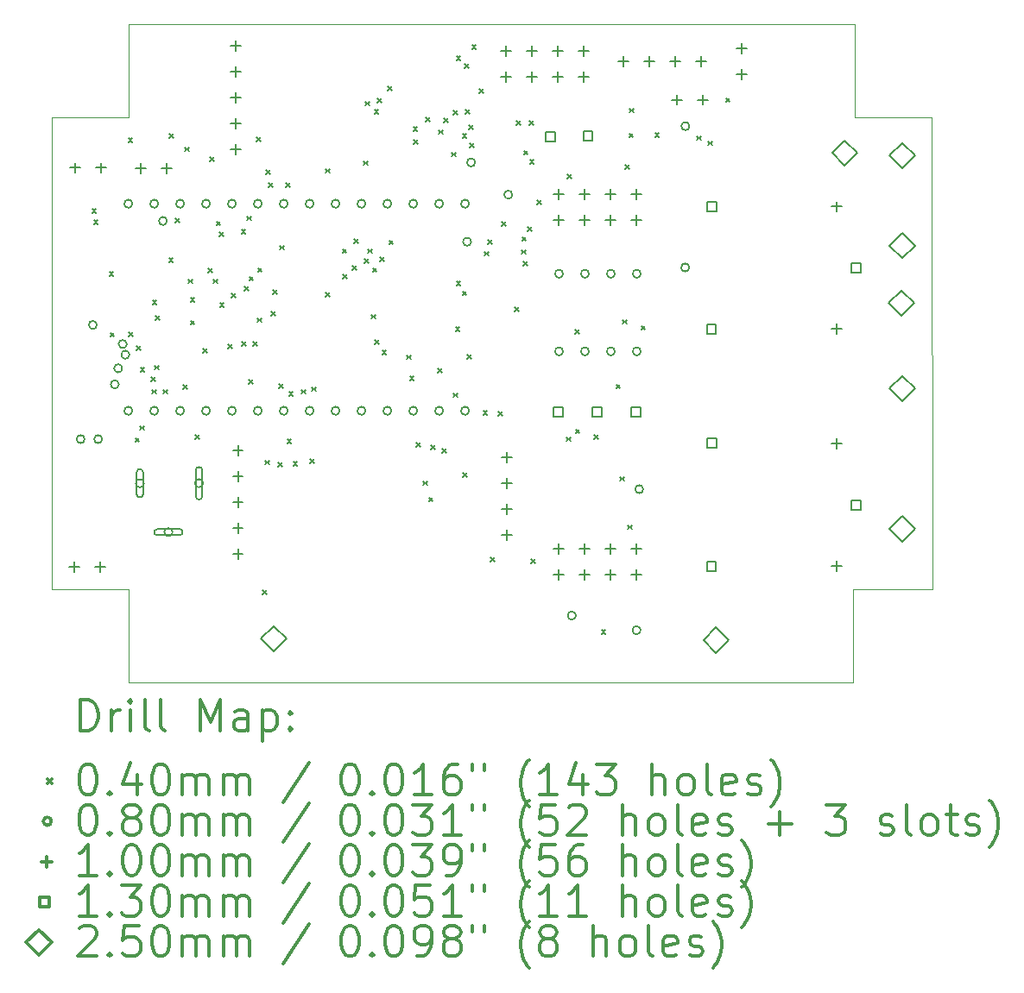
<source format=gbr>
%FSLAX45Y45*%
G04 Gerber Fmt 4.5, Leading zero omitted, Abs format (unit mm)*
G04 Created by KiCad (PCBNEW (5.1.6-0-10_14)) date 2022-11-25 22:13:18*
%MOMM*%
%LPD*%
G01*
G04 APERTURE LIST*
%TA.AperFunction,Profile*%
%ADD10C,0.100000*%
%TD*%
%ADD11C,0.200000*%
%ADD12C,0.300000*%
G04 APERTURE END LIST*
D10*
X20813510Y-8008078D02*
X20816300Y-12639000D01*
X12940000Y-7094000D02*
X20055520Y-7093780D01*
X20038310Y-13554000D02*
X12938570Y-13554000D01*
X12185000Y-12639922D02*
X12185000Y-8009000D01*
X12185000Y-8009000D02*
X12936540Y-8008620D01*
X20060000Y-8010000D02*
X20813510Y-8008078D01*
X20055520Y-7093780D02*
X20060000Y-8010000D01*
X12936540Y-8008620D02*
X12940000Y-7094000D01*
X20038310Y-12639000D02*
X20816300Y-12639000D01*
X20038310Y-12639000D02*
X20038310Y-13554000D01*
X12185000Y-12639922D02*
X12940000Y-12640000D01*
X12938570Y-13554000D02*
X12940000Y-12640000D01*
D11*
X12577500Y-8907500D02*
X12617500Y-8947500D01*
X12617500Y-8907500D02*
X12577500Y-8947500D01*
X12596000Y-9016000D02*
X12636000Y-9056000D01*
X12636000Y-9016000D02*
X12596000Y-9056000D01*
X12748000Y-9524000D02*
X12788000Y-9564000D01*
X12788000Y-9524000D02*
X12748000Y-9564000D01*
X12757000Y-10120000D02*
X12797000Y-10160000D01*
X12797000Y-10120000D02*
X12757000Y-10160000D01*
X12934000Y-8209600D02*
X12974000Y-8249600D01*
X12974000Y-8209600D02*
X12934000Y-8249600D01*
X12941000Y-10116000D02*
X12981000Y-10156000D01*
X12981000Y-10116000D02*
X12941000Y-10156000D01*
X13001000Y-11153000D02*
X13041000Y-11193000D01*
X13041000Y-11153000D02*
X13001000Y-11193000D01*
X13013000Y-10249000D02*
X13053000Y-10289000D01*
X13053000Y-10249000D02*
X13013000Y-10289000D01*
X13048500Y-11035500D02*
X13088500Y-11075500D01*
X13088500Y-11035500D02*
X13048500Y-11075500D01*
X13053000Y-10463200D02*
X13093000Y-10503200D01*
X13093000Y-10463200D02*
X13053000Y-10503200D01*
X13159000Y-10558000D02*
X13199000Y-10598000D01*
X13199000Y-10558000D02*
X13159000Y-10598000D01*
X13165000Y-10678000D02*
X13205000Y-10718000D01*
X13205000Y-10678000D02*
X13165000Y-10718000D01*
X13172000Y-9804000D02*
X13212000Y-9844000D01*
X13212000Y-9804000D02*
X13172000Y-9844000D01*
X13189500Y-10442500D02*
X13229500Y-10482500D01*
X13229500Y-10442500D02*
X13189500Y-10482500D01*
X13200000Y-9953000D02*
X13240000Y-9993000D01*
X13240000Y-9953000D02*
X13200000Y-9993000D01*
X13278000Y-10678000D02*
X13318000Y-10718000D01*
X13318000Y-10678000D02*
X13278000Y-10718000D01*
X13333000Y-9386000D02*
X13373000Y-9426000D01*
X13373000Y-9386000D02*
X13333000Y-9426000D01*
X13339000Y-8171000D02*
X13379000Y-8211000D01*
X13379000Y-8171000D02*
X13339000Y-8211000D01*
X13397000Y-9000000D02*
X13437000Y-9040000D01*
X13437000Y-9000000D02*
X13397000Y-9040000D01*
X13470000Y-10634000D02*
X13510000Y-10674000D01*
X13510000Y-10634000D02*
X13470000Y-10674000D01*
X13491000Y-8300000D02*
X13531000Y-8340000D01*
X13531000Y-8300000D02*
X13491000Y-8340000D01*
X13524000Y-9596000D02*
X13564000Y-9636000D01*
X13564000Y-9596000D02*
X13524000Y-9636000D01*
X13543000Y-10002000D02*
X13583000Y-10042000D01*
X13583000Y-10002000D02*
X13543000Y-10042000D01*
X13545000Y-9775000D02*
X13585000Y-9815000D01*
X13585000Y-9775000D02*
X13545000Y-9815000D01*
X13590000Y-11123000D02*
X13630000Y-11163000D01*
X13630000Y-11123000D02*
X13590000Y-11163000D01*
X13664000Y-10278000D02*
X13704000Y-10318000D01*
X13704000Y-10278000D02*
X13664000Y-10318000D01*
X13718000Y-9488000D02*
X13758000Y-9528000D01*
X13758000Y-9488000D02*
X13718000Y-9528000D01*
X13735000Y-8398000D02*
X13775000Y-8438000D01*
X13775000Y-8398000D02*
X13735000Y-8438000D01*
X13770000Y-9596000D02*
X13810000Y-9636000D01*
X13810000Y-9596000D02*
X13770000Y-9636000D01*
X13797300Y-9028100D02*
X13837300Y-9068100D01*
X13837300Y-9028100D02*
X13797300Y-9068100D01*
X13825500Y-9133700D02*
X13865500Y-9173700D01*
X13865500Y-9133700D02*
X13825500Y-9173700D01*
X13831000Y-9829000D02*
X13871000Y-9869000D01*
X13871000Y-9829000D02*
X13831000Y-9869000D01*
X13915000Y-10233000D02*
X13955000Y-10273000D01*
X13955000Y-10233000D02*
X13915000Y-10273000D01*
X13947200Y-9736400D02*
X13987200Y-9776400D01*
X13987200Y-9736400D02*
X13947200Y-9776400D01*
X14043000Y-9107000D02*
X14083000Y-9147000D01*
X14083000Y-9107000D02*
X14043000Y-9147000D01*
X14045000Y-10210300D02*
X14085000Y-10250300D01*
X14085000Y-10210300D02*
X14045000Y-10250300D01*
X14073200Y-9669300D02*
X14113200Y-9709300D01*
X14113200Y-9669300D02*
X14073200Y-9709300D01*
X14096000Y-8978000D02*
X14136000Y-9018000D01*
X14136000Y-8978000D02*
X14096000Y-9018000D01*
X14118000Y-10584000D02*
X14158000Y-10624000D01*
X14158000Y-10584000D02*
X14118000Y-10624000D01*
X14120300Y-9568900D02*
X14160300Y-9608900D01*
X14160300Y-9568900D02*
X14120300Y-9608900D01*
X14155000Y-10207600D02*
X14195000Y-10247600D01*
X14195000Y-10207600D02*
X14155000Y-10247600D01*
X14189000Y-8203000D02*
X14229000Y-8243000D01*
X14229000Y-8203000D02*
X14189000Y-8243000D01*
X14200100Y-9976700D02*
X14240100Y-10016700D01*
X14240100Y-9976700D02*
X14200100Y-10016700D01*
X14205200Y-9485400D02*
X14245200Y-9525400D01*
X14245200Y-9485400D02*
X14205200Y-9525400D01*
X14250500Y-12646500D02*
X14290500Y-12686500D01*
X14290500Y-12646500D02*
X14250500Y-12686500D01*
X14278000Y-11374000D02*
X14318000Y-11414000D01*
X14318000Y-11374000D02*
X14278000Y-11414000D01*
X14287000Y-8525000D02*
X14327000Y-8565000D01*
X14327000Y-8525000D02*
X14287000Y-8565000D01*
X14310000Y-8648000D02*
X14350000Y-8688000D01*
X14350000Y-8648000D02*
X14310000Y-8688000D01*
X14335000Y-9915000D02*
X14375000Y-9955000D01*
X14375000Y-9915000D02*
X14335000Y-9955000D01*
X14350365Y-9702065D02*
X14390365Y-9742065D01*
X14390365Y-9702065D02*
X14350365Y-9742065D01*
X14403000Y-11392000D02*
X14443000Y-11432000D01*
X14443000Y-11392000D02*
X14403000Y-11432000D01*
X14410000Y-10623000D02*
X14450000Y-10663000D01*
X14450000Y-10623000D02*
X14410000Y-10663000D01*
X14418000Y-9264000D02*
X14458000Y-9304000D01*
X14458000Y-9264000D02*
X14418000Y-9304000D01*
X14479000Y-8650000D02*
X14519000Y-8690000D01*
X14519000Y-8650000D02*
X14479000Y-8690000D01*
X14492500Y-11165500D02*
X14532500Y-11205500D01*
X14532500Y-11165500D02*
X14492500Y-11205500D01*
X14509500Y-10700500D02*
X14549500Y-10740500D01*
X14549500Y-10700500D02*
X14509500Y-10740500D01*
X14551000Y-11386000D02*
X14591000Y-11426000D01*
X14591000Y-11386000D02*
X14551000Y-11426000D01*
X14629000Y-10678000D02*
X14669000Y-10718000D01*
X14669000Y-10678000D02*
X14629000Y-10718000D01*
X14719000Y-11362000D02*
X14759000Y-11402000D01*
X14759000Y-11362000D02*
X14719000Y-11402000D01*
X14731000Y-10653000D02*
X14771000Y-10693000D01*
X14771000Y-10653000D02*
X14731000Y-10693000D01*
X14866000Y-8511000D02*
X14906000Y-8551000D01*
X14906000Y-8511000D02*
X14866000Y-8551000D01*
X14867000Y-9726000D02*
X14907000Y-9766000D01*
X14907000Y-9726000D02*
X14867000Y-9766000D01*
X15034500Y-9299500D02*
X15074500Y-9339500D01*
X15074500Y-9299500D02*
X15034500Y-9339500D01*
X15035200Y-9551000D02*
X15075200Y-9591000D01*
X15075200Y-9551000D02*
X15035200Y-9591000D01*
X15129200Y-9466000D02*
X15169200Y-9506000D01*
X15169200Y-9466000D02*
X15129200Y-9506000D01*
X15146000Y-9202000D02*
X15186000Y-9242000D01*
X15186000Y-9202000D02*
X15146000Y-9242000D01*
X15239000Y-8435000D02*
X15279000Y-8475000D01*
X15279000Y-8435000D02*
X15239000Y-8475000D01*
X15252900Y-9397200D02*
X15292900Y-9437200D01*
X15292900Y-9397200D02*
X15252900Y-9437200D01*
X15260000Y-7851000D02*
X15300000Y-7891000D01*
X15300000Y-7851000D02*
X15260000Y-7891000D01*
X15282500Y-9299500D02*
X15322500Y-9339500D01*
X15322500Y-9299500D02*
X15282500Y-9339500D01*
X15317202Y-9942600D02*
X15357202Y-9982600D01*
X15357202Y-9942600D02*
X15317202Y-9982600D01*
X15331000Y-9486000D02*
X15371000Y-9526000D01*
X15371000Y-9486000D02*
X15331000Y-9526000D01*
X15348400Y-7929200D02*
X15388400Y-7969200D01*
X15388400Y-7929200D02*
X15348400Y-7969200D01*
X15351000Y-10191000D02*
X15391000Y-10231000D01*
X15391000Y-10191000D02*
X15351000Y-10231000D01*
X15377000Y-7823000D02*
X15417000Y-7863000D01*
X15417000Y-7823000D02*
X15377000Y-7863000D01*
X15402000Y-9377000D02*
X15442000Y-9417000D01*
X15442000Y-9377000D02*
X15402000Y-9417000D01*
X15423000Y-10295000D02*
X15463000Y-10335000D01*
X15463000Y-10295000D02*
X15423000Y-10335000D01*
X15479000Y-7703000D02*
X15519000Y-7743000D01*
X15519000Y-7703000D02*
X15479000Y-7743000D01*
X15491000Y-9214000D02*
X15531000Y-9254000D01*
X15531000Y-9214000D02*
X15491000Y-9254000D01*
X15666000Y-10341000D02*
X15706000Y-10381000D01*
X15706000Y-10341000D02*
X15666000Y-10381000D01*
X15695000Y-10547000D02*
X15735000Y-10587000D01*
X15735000Y-10547000D02*
X15695000Y-10587000D01*
X15728000Y-8099000D02*
X15768000Y-8139000D01*
X15768000Y-8099000D02*
X15728000Y-8139000D01*
X15735000Y-8230300D02*
X15775000Y-8270300D01*
X15775000Y-8230300D02*
X15735000Y-8270300D01*
X15759500Y-11196500D02*
X15799500Y-11236500D01*
X15799500Y-11196500D02*
X15759500Y-11236500D01*
X15823500Y-11576500D02*
X15863500Y-11616500D01*
X15863500Y-11576500D02*
X15823500Y-11616500D01*
X15853000Y-8005000D02*
X15893000Y-8045000D01*
X15893000Y-8005000D02*
X15853000Y-8045000D01*
X15880500Y-11736500D02*
X15920500Y-11776500D01*
X15920500Y-11736500D02*
X15880500Y-11776500D01*
X15899000Y-11222000D02*
X15939000Y-11262000D01*
X15939000Y-11222000D02*
X15899000Y-11262000D01*
X15971500Y-10469500D02*
X16011500Y-10509500D01*
X16011500Y-10469500D02*
X15971500Y-10509500D01*
X15979000Y-8131000D02*
X16019000Y-8171000D01*
X16019000Y-8131000D02*
X15979000Y-8171000D01*
X16012000Y-11260000D02*
X16052000Y-11300000D01*
X16052000Y-11260000D02*
X16012000Y-11300000D01*
X16026000Y-8017000D02*
X16066000Y-8057000D01*
X16066000Y-8017000D02*
X16026000Y-8057000D01*
X16107300Y-8349700D02*
X16147300Y-8389700D01*
X16147300Y-8349700D02*
X16107300Y-8389700D01*
X16120000Y-10713000D02*
X16160000Y-10753000D01*
X16160000Y-10713000D02*
X16120000Y-10753000D01*
X16121600Y-7937000D02*
X16161600Y-7977000D01*
X16161600Y-7937000D02*
X16121600Y-7977000D01*
X16142400Y-10063600D02*
X16182400Y-10103600D01*
X16182400Y-10063600D02*
X16142400Y-10103600D01*
X16150500Y-9615400D02*
X16190500Y-9655400D01*
X16190500Y-9615400D02*
X16150500Y-9655400D01*
X16151400Y-7406300D02*
X16191400Y-7446300D01*
X16191400Y-7406300D02*
X16151400Y-7446300D01*
X16210000Y-9712900D02*
X16250000Y-9752900D01*
X16250000Y-9712900D02*
X16210000Y-9752900D01*
X16210700Y-8168900D02*
X16250700Y-8208900D01*
X16250700Y-8168900D02*
X16210700Y-8208900D01*
X16215000Y-11493000D02*
X16255000Y-11533000D01*
X16255000Y-11493000D02*
X16215000Y-11533000D01*
X16234000Y-7484000D02*
X16274000Y-7524000D01*
X16274000Y-7484000D02*
X16234000Y-7524000D01*
X16238500Y-7929500D02*
X16278500Y-7969500D01*
X16278500Y-7929500D02*
X16238500Y-7969500D01*
X16258000Y-10338000D02*
X16298000Y-10378000D01*
X16298000Y-10338000D02*
X16258000Y-10378000D01*
X16273300Y-8083300D02*
X16313300Y-8123300D01*
X16313300Y-8083300D02*
X16273300Y-8123300D01*
X16280000Y-8260000D02*
X16320000Y-8300000D01*
X16320000Y-8260000D02*
X16280000Y-8300000D01*
X16303000Y-7298000D02*
X16343000Y-7338000D01*
X16343000Y-7298000D02*
X16303000Y-7338000D01*
X16376000Y-7728000D02*
X16416000Y-7768000D01*
X16416000Y-7728000D02*
X16376000Y-7768000D01*
X16414000Y-10889000D02*
X16454000Y-10929000D01*
X16454000Y-10889000D02*
X16414000Y-10929000D01*
X16425000Y-9324000D02*
X16465000Y-9364000D01*
X16465000Y-9324000D02*
X16425000Y-9364000D01*
X16459000Y-9208200D02*
X16499000Y-9248200D01*
X16499000Y-9208200D02*
X16459000Y-9248200D01*
X16488000Y-12323000D02*
X16528000Y-12363000D01*
X16528000Y-12323000D02*
X16488000Y-12363000D01*
X16565000Y-10894000D02*
X16605000Y-10934000D01*
X16605000Y-10894000D02*
X16565000Y-10934000D01*
X16595900Y-9029700D02*
X16635900Y-9069700D01*
X16635900Y-9029700D02*
X16595900Y-9069700D01*
X16722542Y-9871058D02*
X16762542Y-9911058D01*
X16762542Y-9871058D02*
X16722542Y-9911058D01*
X16742000Y-8039200D02*
X16782000Y-8079200D01*
X16782000Y-8039200D02*
X16742000Y-8079200D01*
X16789800Y-9308000D02*
X16829800Y-9348000D01*
X16829800Y-9308000D02*
X16789800Y-9348000D01*
X16795500Y-9180200D02*
X16835500Y-9220200D01*
X16835500Y-9180200D02*
X16795500Y-9220200D01*
X16806100Y-9420600D02*
X16846100Y-9460600D01*
X16846100Y-9420600D02*
X16806100Y-9460600D01*
X16811700Y-8332900D02*
X16851700Y-8372900D01*
X16851700Y-8332900D02*
X16811700Y-8372900D01*
X16851344Y-9084600D02*
X16891344Y-9124600D01*
X16891344Y-9084600D02*
X16851344Y-9124600D01*
X16867700Y-8039200D02*
X16907700Y-8079200D01*
X16907700Y-8039200D02*
X16867700Y-8079200D01*
X16871700Y-8423500D02*
X16911700Y-8463500D01*
X16911700Y-8423500D02*
X16871700Y-8463500D01*
X16881300Y-12340700D02*
X16921300Y-12380700D01*
X16921300Y-12340700D02*
X16881300Y-12380700D01*
X16943600Y-8821500D02*
X16983600Y-8861500D01*
X16983600Y-8821500D02*
X16943600Y-8861500D01*
X17231000Y-11145000D02*
X17271000Y-11185000D01*
X17271000Y-11145000D02*
X17231000Y-11185000D01*
X17237100Y-8563700D02*
X17277100Y-8603700D01*
X17277100Y-8563700D02*
X17237100Y-8603700D01*
X17318000Y-10089000D02*
X17358000Y-10129000D01*
X17358000Y-10089000D02*
X17318000Y-10129000D01*
X17319000Y-11069000D02*
X17359000Y-11109000D01*
X17359000Y-11069000D02*
X17319000Y-11109000D01*
X17504000Y-11123000D02*
X17544000Y-11163000D01*
X17544000Y-11123000D02*
X17504000Y-11163000D01*
X17574400Y-13038000D02*
X17614400Y-13078000D01*
X17614400Y-13038000D02*
X17574400Y-13078000D01*
X17719000Y-10628000D02*
X17759000Y-10668000D01*
X17759000Y-10628000D02*
X17719000Y-10668000D01*
X17757000Y-11535000D02*
X17797000Y-11575000D01*
X17797000Y-11535000D02*
X17757000Y-11575000D01*
X17782000Y-9992000D02*
X17822000Y-10032000D01*
X17822000Y-9992000D02*
X17782000Y-10032000D01*
X17804300Y-8472500D02*
X17844300Y-8512500D01*
X17844300Y-8472500D02*
X17804300Y-8512500D01*
X17830800Y-12007600D02*
X17870800Y-12047600D01*
X17870800Y-12007600D02*
X17830800Y-12047600D01*
X17844800Y-8163200D02*
X17884800Y-8203200D01*
X17884800Y-8163200D02*
X17844800Y-8203200D01*
X17851000Y-7918000D02*
X17891000Y-7958000D01*
X17891000Y-7918000D02*
X17851000Y-7958000D01*
X17963000Y-10052000D02*
X18003000Y-10092000D01*
X18003000Y-10052000D02*
X17963000Y-10092000D01*
X18098000Y-8161000D02*
X18138000Y-8201000D01*
X18138000Y-8161000D02*
X18098000Y-8201000D01*
X18509000Y-8190000D02*
X18549000Y-8230000D01*
X18549000Y-8190000D02*
X18509000Y-8230000D01*
X18621400Y-8239800D02*
X18661400Y-8279800D01*
X18661400Y-8239800D02*
X18621400Y-8279800D01*
X18793000Y-7818000D02*
X18833000Y-7858000D01*
X18833000Y-7818000D02*
X18793000Y-7858000D01*
X12505500Y-11164500D02*
G75*
G03*
X12505500Y-11164500I-40000J0D01*
G01*
X12626000Y-10043000D02*
G75*
G03*
X12626000Y-10043000I-40000J0D01*
G01*
X12679000Y-11164749D02*
G75*
G03*
X12679000Y-11164749I-40000J0D01*
G01*
X12841000Y-10626000D02*
G75*
G03*
X12841000Y-10626000I-40000J0D01*
G01*
X12874500Y-10469500D02*
G75*
G03*
X12874500Y-10469500I-40000J0D01*
G01*
X12919000Y-10231000D02*
G75*
G03*
X12919000Y-10231000I-40000J0D01*
G01*
X12945000Y-10335000D02*
G75*
G03*
X12945000Y-10335000I-40000J0D01*
G01*
X13314000Y-9023000D02*
G75*
G03*
X13314000Y-9023000I-40000J0D01*
G01*
X16296000Y-9227000D02*
G75*
G03*
X16296000Y-9227000I-40000J0D01*
G01*
X16335000Y-8449000D02*
G75*
G03*
X16335000Y-8449000I-40000J0D01*
G01*
X16699500Y-8764500D02*
G75*
G03*
X16699500Y-8764500I-40000J0D01*
G01*
X17323000Y-12896000D02*
G75*
G03*
X17323000Y-12896000I-40000J0D01*
G01*
X17957500Y-13039100D02*
G75*
G03*
X17957500Y-13039100I-40000J0D01*
G01*
X17984000Y-11656000D02*
G75*
G03*
X17984000Y-11656000I-40000J0D01*
G01*
X18435000Y-9480000D02*
G75*
G03*
X18435000Y-9480000I-40000J0D01*
G01*
X18436500Y-8092500D02*
G75*
G03*
X18436500Y-8092500I-40000J0D01*
G01*
X13087300Y-11597300D02*
G75*
G03*
X13087300Y-11597300I-40000J0D01*
G01*
X13017300Y-11487300D02*
X13017300Y-11707300D01*
X13077300Y-11487300D02*
X13077300Y-11707300D01*
X13017300Y-11707300D02*
G75*
G03*
X13077300Y-11707300I30000J0D01*
G01*
X13077300Y-11487300D02*
G75*
G03*
X13017300Y-11487300I-30000J0D01*
G01*
X13367300Y-12077300D02*
G75*
G03*
X13367300Y-12077300I-40000J0D01*
G01*
X13217300Y-12107300D02*
X13437300Y-12107300D01*
X13217300Y-12047300D02*
X13437300Y-12047300D01*
X13437300Y-12107300D02*
G75*
G03*
X13437300Y-12047300I0J30000D01*
G01*
X13217300Y-12047300D02*
G75*
G03*
X13217300Y-12107300I0J-30000D01*
G01*
X13667300Y-11597300D02*
G75*
G03*
X13667300Y-11597300I-40000J0D01*
G01*
X13597300Y-11467300D02*
X13597300Y-11727300D01*
X13657300Y-11467300D02*
X13657300Y-11727300D01*
X13597300Y-11727300D02*
G75*
G03*
X13657300Y-11727300I30000J0D01*
G01*
X13657300Y-11467300D02*
G75*
G03*
X13597300Y-11467300I-30000J0D01*
G01*
X12974000Y-8854000D02*
G75*
G03*
X12974000Y-8854000I-40000J0D01*
G01*
X12974000Y-10886000D02*
G75*
G03*
X12974000Y-10886000I-40000J0D01*
G01*
X13228000Y-8854000D02*
G75*
G03*
X13228000Y-8854000I-40000J0D01*
G01*
X13228000Y-10886000D02*
G75*
G03*
X13228000Y-10886000I-40000J0D01*
G01*
X13482000Y-8854000D02*
G75*
G03*
X13482000Y-8854000I-40000J0D01*
G01*
X13482000Y-10886000D02*
G75*
G03*
X13482000Y-10886000I-40000J0D01*
G01*
X13736000Y-8854000D02*
G75*
G03*
X13736000Y-8854000I-40000J0D01*
G01*
X13736000Y-10886000D02*
G75*
G03*
X13736000Y-10886000I-40000J0D01*
G01*
X13990000Y-8854000D02*
G75*
G03*
X13990000Y-8854000I-40000J0D01*
G01*
X13990000Y-10886000D02*
G75*
G03*
X13990000Y-10886000I-40000J0D01*
G01*
X14244000Y-8854000D02*
G75*
G03*
X14244000Y-8854000I-40000J0D01*
G01*
X14244000Y-10886000D02*
G75*
G03*
X14244000Y-10886000I-40000J0D01*
G01*
X14498000Y-8854000D02*
G75*
G03*
X14498000Y-8854000I-40000J0D01*
G01*
X14498000Y-10886000D02*
G75*
G03*
X14498000Y-10886000I-40000J0D01*
G01*
X14752000Y-8854000D02*
G75*
G03*
X14752000Y-8854000I-40000J0D01*
G01*
X14752000Y-10886000D02*
G75*
G03*
X14752000Y-10886000I-40000J0D01*
G01*
X15006000Y-8854000D02*
G75*
G03*
X15006000Y-8854000I-40000J0D01*
G01*
X15006000Y-10886000D02*
G75*
G03*
X15006000Y-10886000I-40000J0D01*
G01*
X15260000Y-8854000D02*
G75*
G03*
X15260000Y-8854000I-40000J0D01*
G01*
X15260000Y-10886000D02*
G75*
G03*
X15260000Y-10886000I-40000J0D01*
G01*
X15514000Y-8854000D02*
G75*
G03*
X15514000Y-8854000I-40000J0D01*
G01*
X15514000Y-10886000D02*
G75*
G03*
X15514000Y-10886000I-40000J0D01*
G01*
X15768000Y-8854000D02*
G75*
G03*
X15768000Y-8854000I-40000J0D01*
G01*
X15768000Y-10886000D02*
G75*
G03*
X15768000Y-10886000I-40000J0D01*
G01*
X16022000Y-8854000D02*
G75*
G03*
X16022000Y-8854000I-40000J0D01*
G01*
X16022000Y-10886000D02*
G75*
G03*
X16022000Y-10886000I-40000J0D01*
G01*
X16276000Y-8854000D02*
G75*
G03*
X16276000Y-8854000I-40000J0D01*
G01*
X16276000Y-10886000D02*
G75*
G03*
X16276000Y-10886000I-40000J0D01*
G01*
X17198000Y-9541000D02*
G75*
G03*
X17198000Y-9541000I-40000J0D01*
G01*
X17198000Y-10303000D02*
G75*
G03*
X17198000Y-10303000I-40000J0D01*
G01*
X17452000Y-9541000D02*
G75*
G03*
X17452000Y-9541000I-40000J0D01*
G01*
X17452000Y-10303000D02*
G75*
G03*
X17452000Y-10303000I-40000J0D01*
G01*
X17706000Y-9541000D02*
G75*
G03*
X17706000Y-9541000I-40000J0D01*
G01*
X17706000Y-10303000D02*
G75*
G03*
X17706000Y-10303000I-40000J0D01*
G01*
X17960000Y-9541000D02*
G75*
G03*
X17960000Y-9541000I-40000J0D01*
G01*
X17960000Y-10303000D02*
G75*
G03*
X17960000Y-10303000I-40000J0D01*
G01*
X18314000Y-7783000D02*
X18314000Y-7883000D01*
X18264000Y-7833000D02*
X18364000Y-7833000D01*
X18568000Y-7783000D02*
X18568000Y-7883000D01*
X18518000Y-7833000D02*
X18618000Y-7833000D01*
X13053000Y-8459000D02*
X13053000Y-8559000D01*
X13003000Y-8509000D02*
X13103000Y-8509000D01*
X13307000Y-8459000D02*
X13307000Y-8559000D01*
X13257000Y-8509000D02*
X13357000Y-8509000D01*
X14008691Y-11227612D02*
X14008691Y-11327612D01*
X13958691Y-11277612D02*
X14058691Y-11277612D01*
X14008691Y-11481612D02*
X14008691Y-11581612D01*
X13958691Y-11531612D02*
X14058691Y-11531612D01*
X14008691Y-11735612D02*
X14008691Y-11835612D01*
X13958691Y-11785612D02*
X14058691Y-11785612D01*
X14008691Y-11989612D02*
X14008691Y-12089612D01*
X13958691Y-12039612D02*
X14058691Y-12039612D01*
X14008691Y-12243612D02*
X14008691Y-12343612D01*
X13958691Y-12293612D02*
X14058691Y-12293612D01*
X16648000Y-11289000D02*
X16648000Y-11389000D01*
X16598000Y-11339000D02*
X16698000Y-11339000D01*
X16648000Y-11543000D02*
X16648000Y-11643000D01*
X16598000Y-11593000D02*
X16698000Y-11593000D01*
X16648000Y-11797000D02*
X16648000Y-11897000D01*
X16598000Y-11847000D02*
X16698000Y-11847000D01*
X16648000Y-12051000D02*
X16648000Y-12151000D01*
X16598000Y-12101000D02*
X16698000Y-12101000D01*
X13985511Y-7256546D02*
X13985511Y-7356546D01*
X13935511Y-7306546D02*
X14035511Y-7306546D01*
X13985511Y-7510546D02*
X13985511Y-7610546D01*
X13935511Y-7560546D02*
X14035511Y-7560546D01*
X13985511Y-7764546D02*
X13985511Y-7864546D01*
X13935511Y-7814546D02*
X14035511Y-7814546D01*
X13985511Y-8018546D02*
X13985511Y-8118546D01*
X13935511Y-8068546D02*
X14035511Y-8068546D01*
X13985511Y-8272546D02*
X13985511Y-8372546D01*
X13935511Y-8322546D02*
X14035511Y-8322546D01*
X12414000Y-8451000D02*
X12414000Y-8551000D01*
X12364000Y-8501000D02*
X12464000Y-8501000D01*
X12668000Y-8451000D02*
X12668000Y-8551000D01*
X12618000Y-8501000D02*
X12718000Y-8501000D01*
X12405000Y-12369000D02*
X12405000Y-12469000D01*
X12355000Y-12419000D02*
X12455000Y-12419000D01*
X12659000Y-12369000D02*
X12659000Y-12469000D01*
X12609000Y-12419000D02*
X12709000Y-12419000D01*
X17152000Y-12190000D02*
X17152000Y-12290000D01*
X17102000Y-12240000D02*
X17202000Y-12240000D01*
X17152000Y-12444000D02*
X17152000Y-12544000D01*
X17102000Y-12494000D02*
X17202000Y-12494000D01*
X17406000Y-12190000D02*
X17406000Y-12290000D01*
X17356000Y-12240000D02*
X17456000Y-12240000D01*
X17406000Y-12444000D02*
X17406000Y-12544000D01*
X17356000Y-12494000D02*
X17456000Y-12494000D01*
X17660000Y-12190000D02*
X17660000Y-12290000D01*
X17610000Y-12240000D02*
X17710000Y-12240000D01*
X17660000Y-12444000D02*
X17660000Y-12544000D01*
X17610000Y-12494000D02*
X17710000Y-12494000D01*
X17914000Y-12190000D02*
X17914000Y-12290000D01*
X17864000Y-12240000D02*
X17964000Y-12240000D01*
X17914000Y-12444000D02*
X17914000Y-12544000D01*
X17864000Y-12494000D02*
X17964000Y-12494000D01*
X17155000Y-8712000D02*
X17155000Y-8812000D01*
X17105000Y-8762000D02*
X17205000Y-8762000D01*
X17155000Y-8966000D02*
X17155000Y-9066000D01*
X17105000Y-9016000D02*
X17205000Y-9016000D01*
X17409000Y-8712000D02*
X17409000Y-8812000D01*
X17359000Y-8762000D02*
X17459000Y-8762000D01*
X17409000Y-8966000D02*
X17409000Y-9066000D01*
X17359000Y-9016000D02*
X17459000Y-9016000D01*
X17663000Y-8712000D02*
X17663000Y-8812000D01*
X17613000Y-8762000D02*
X17713000Y-8762000D01*
X17663000Y-8966000D02*
X17663000Y-9066000D01*
X17613000Y-9016000D02*
X17713000Y-9016000D01*
X17917000Y-8712000D02*
X17917000Y-8812000D01*
X17867000Y-8762000D02*
X17967000Y-8762000D01*
X17917000Y-8966000D02*
X17917000Y-9066000D01*
X17867000Y-9016000D02*
X17967000Y-9016000D01*
X17792000Y-7404000D02*
X17792000Y-7504000D01*
X17742000Y-7454000D02*
X17842000Y-7454000D01*
X18046000Y-7404000D02*
X18046000Y-7504000D01*
X17996000Y-7454000D02*
X18096000Y-7454000D01*
X18300000Y-7404000D02*
X18300000Y-7504000D01*
X18250000Y-7454000D02*
X18350000Y-7454000D01*
X18554000Y-7404000D02*
X18554000Y-7504000D01*
X18504000Y-7454000D02*
X18604000Y-7454000D01*
X19877350Y-8831900D02*
X19877350Y-8931900D01*
X19827350Y-8881900D02*
X19927350Y-8881900D01*
X19877350Y-10031900D02*
X19877350Y-10131900D01*
X19827350Y-10081900D02*
X19927350Y-10081900D01*
X19877350Y-11156000D02*
X19877350Y-11256000D01*
X19827350Y-11206000D02*
X19927350Y-11206000D01*
X19877350Y-12356000D02*
X19877350Y-12456000D01*
X19827350Y-12406000D02*
X19927350Y-12406000D01*
X16637000Y-7304900D02*
X16637000Y-7404900D01*
X16587000Y-7354900D02*
X16687000Y-7354900D01*
X16637000Y-7558900D02*
X16637000Y-7658900D01*
X16587000Y-7608900D02*
X16687000Y-7608900D01*
X16891000Y-7304900D02*
X16891000Y-7404900D01*
X16841000Y-7354900D02*
X16941000Y-7354900D01*
X16891000Y-7558900D02*
X16891000Y-7658900D01*
X16841000Y-7608900D02*
X16941000Y-7608900D01*
X17145000Y-7304900D02*
X17145000Y-7404900D01*
X17095000Y-7354900D02*
X17195000Y-7354900D01*
X17145000Y-7558900D02*
X17145000Y-7658900D01*
X17095000Y-7608900D02*
X17195000Y-7608900D01*
X17399000Y-7304900D02*
X17399000Y-7404900D01*
X17349000Y-7354900D02*
X17449000Y-7354900D01*
X17399000Y-7558900D02*
X17399000Y-7658900D01*
X17349000Y-7608900D02*
X17449000Y-7608900D01*
X18951000Y-7280000D02*
X18951000Y-7380000D01*
X18901000Y-7330000D02*
X19001000Y-7330000D01*
X18951000Y-7534000D02*
X18951000Y-7634000D01*
X18901000Y-7584000D02*
X19001000Y-7584000D01*
X17194762Y-10942562D02*
X17194762Y-10850638D01*
X17102838Y-10850638D01*
X17102838Y-10942562D01*
X17194762Y-10942562D01*
X17575762Y-10942562D02*
X17575762Y-10850638D01*
X17483838Y-10850638D01*
X17483838Y-10942562D01*
X17575762Y-10942562D01*
X17119562Y-8239662D02*
X17119562Y-8147738D01*
X17027638Y-8147738D01*
X17027638Y-8239662D01*
X17119562Y-8239662D01*
X17487562Y-8236662D02*
X17487562Y-8144738D01*
X17395638Y-8144738D01*
X17395638Y-8236662D01*
X17487562Y-8236662D01*
X18698312Y-10132862D02*
X18698312Y-10040938D01*
X18606388Y-10040938D01*
X18606388Y-10132862D01*
X18698312Y-10132862D01*
X18703312Y-8927862D02*
X18703312Y-8835938D01*
X18611388Y-8835938D01*
X18611388Y-8927862D01*
X18703312Y-8927862D01*
X20118312Y-9532862D02*
X20118312Y-9440938D01*
X20026388Y-9440938D01*
X20026388Y-9532862D01*
X20118312Y-9532862D01*
X17956762Y-10942562D02*
X17956762Y-10850638D01*
X17864838Y-10850638D01*
X17864838Y-10942562D01*
X17956762Y-10942562D01*
X18698312Y-12456962D02*
X18698312Y-12365038D01*
X18606388Y-12365038D01*
X18606388Y-12456962D01*
X18698312Y-12456962D01*
X18703312Y-11251962D02*
X18703312Y-11160038D01*
X18611388Y-11160038D01*
X18611388Y-11251962D01*
X18703312Y-11251962D01*
X20118312Y-11856962D02*
X20118312Y-11765038D01*
X20026388Y-11765038D01*
X20026388Y-11856962D01*
X20118312Y-11856962D01*
X20523200Y-10793000D02*
X20648200Y-10668000D01*
X20523200Y-10543000D01*
X20398200Y-10668000D01*
X20523200Y-10793000D01*
X19960000Y-8481600D02*
X20085000Y-8356600D01*
X19960000Y-8231600D01*
X19835000Y-8356600D01*
X19960000Y-8481600D01*
X14361000Y-13249000D02*
X14486000Y-13124000D01*
X14361000Y-12999000D01*
X14236000Y-13124000D01*
X14361000Y-13249000D01*
X18697400Y-13260800D02*
X18822400Y-13135800D01*
X18697400Y-13010800D01*
X18572400Y-13135800D01*
X18697400Y-13260800D01*
X20523200Y-8507000D02*
X20648200Y-8382000D01*
X20523200Y-8257000D01*
X20398200Y-8382000D01*
X20523200Y-8507000D01*
X20516850Y-9954800D02*
X20641850Y-9829800D01*
X20516850Y-9704800D01*
X20391850Y-9829800D01*
X20516850Y-9954800D01*
X20523200Y-12170950D02*
X20648200Y-12045950D01*
X20523200Y-11920950D01*
X20398200Y-12045950D01*
X20523200Y-12170950D01*
X20523200Y-9389650D02*
X20648200Y-9264650D01*
X20523200Y-9139650D01*
X20398200Y-9264650D01*
X20523200Y-9389650D01*
D12*
X12466428Y-14024714D02*
X12466428Y-13724714D01*
X12537857Y-13724714D01*
X12580714Y-13739000D01*
X12609286Y-13767571D01*
X12623571Y-13796143D01*
X12637857Y-13853286D01*
X12637857Y-13896143D01*
X12623571Y-13953286D01*
X12609286Y-13981857D01*
X12580714Y-14010429D01*
X12537857Y-14024714D01*
X12466428Y-14024714D01*
X12766428Y-14024714D02*
X12766428Y-13824714D01*
X12766428Y-13881857D02*
X12780714Y-13853286D01*
X12795000Y-13839000D01*
X12823571Y-13824714D01*
X12852143Y-13824714D01*
X12952143Y-14024714D02*
X12952143Y-13824714D01*
X12952143Y-13724714D02*
X12937857Y-13739000D01*
X12952143Y-13753286D01*
X12966428Y-13739000D01*
X12952143Y-13724714D01*
X12952143Y-13753286D01*
X13137857Y-14024714D02*
X13109286Y-14010429D01*
X13095000Y-13981857D01*
X13095000Y-13724714D01*
X13295000Y-14024714D02*
X13266428Y-14010429D01*
X13252143Y-13981857D01*
X13252143Y-13724714D01*
X13637857Y-14024714D02*
X13637857Y-13724714D01*
X13737857Y-13939000D01*
X13837857Y-13724714D01*
X13837857Y-14024714D01*
X14109286Y-14024714D02*
X14109286Y-13867571D01*
X14095000Y-13839000D01*
X14066428Y-13824714D01*
X14009286Y-13824714D01*
X13980714Y-13839000D01*
X14109286Y-14010429D02*
X14080714Y-14024714D01*
X14009286Y-14024714D01*
X13980714Y-14010429D01*
X13966428Y-13981857D01*
X13966428Y-13953286D01*
X13980714Y-13924714D01*
X14009286Y-13910429D01*
X14080714Y-13910429D01*
X14109286Y-13896143D01*
X14252143Y-13824714D02*
X14252143Y-14124714D01*
X14252143Y-13839000D02*
X14280714Y-13824714D01*
X14337857Y-13824714D01*
X14366428Y-13839000D01*
X14380714Y-13853286D01*
X14395000Y-13881857D01*
X14395000Y-13967571D01*
X14380714Y-13996143D01*
X14366428Y-14010429D01*
X14337857Y-14024714D01*
X14280714Y-14024714D01*
X14252143Y-14010429D01*
X14523571Y-13996143D02*
X14537857Y-14010429D01*
X14523571Y-14024714D01*
X14509286Y-14010429D01*
X14523571Y-13996143D01*
X14523571Y-14024714D01*
X14523571Y-13839000D02*
X14537857Y-13853286D01*
X14523571Y-13867571D01*
X14509286Y-13853286D01*
X14523571Y-13839000D01*
X14523571Y-13867571D01*
X12140000Y-14499000D02*
X12180000Y-14539000D01*
X12180000Y-14499000D02*
X12140000Y-14539000D01*
X12523571Y-14354714D02*
X12552143Y-14354714D01*
X12580714Y-14369000D01*
X12595000Y-14383286D01*
X12609286Y-14411857D01*
X12623571Y-14469000D01*
X12623571Y-14540429D01*
X12609286Y-14597571D01*
X12595000Y-14626143D01*
X12580714Y-14640429D01*
X12552143Y-14654714D01*
X12523571Y-14654714D01*
X12495000Y-14640429D01*
X12480714Y-14626143D01*
X12466428Y-14597571D01*
X12452143Y-14540429D01*
X12452143Y-14469000D01*
X12466428Y-14411857D01*
X12480714Y-14383286D01*
X12495000Y-14369000D01*
X12523571Y-14354714D01*
X12752143Y-14626143D02*
X12766428Y-14640429D01*
X12752143Y-14654714D01*
X12737857Y-14640429D01*
X12752143Y-14626143D01*
X12752143Y-14654714D01*
X13023571Y-14454714D02*
X13023571Y-14654714D01*
X12952143Y-14340429D02*
X12880714Y-14554714D01*
X13066428Y-14554714D01*
X13237857Y-14354714D02*
X13266428Y-14354714D01*
X13295000Y-14369000D01*
X13309286Y-14383286D01*
X13323571Y-14411857D01*
X13337857Y-14469000D01*
X13337857Y-14540429D01*
X13323571Y-14597571D01*
X13309286Y-14626143D01*
X13295000Y-14640429D01*
X13266428Y-14654714D01*
X13237857Y-14654714D01*
X13209286Y-14640429D01*
X13195000Y-14626143D01*
X13180714Y-14597571D01*
X13166428Y-14540429D01*
X13166428Y-14469000D01*
X13180714Y-14411857D01*
X13195000Y-14383286D01*
X13209286Y-14369000D01*
X13237857Y-14354714D01*
X13466428Y-14654714D02*
X13466428Y-14454714D01*
X13466428Y-14483286D02*
X13480714Y-14469000D01*
X13509286Y-14454714D01*
X13552143Y-14454714D01*
X13580714Y-14469000D01*
X13595000Y-14497571D01*
X13595000Y-14654714D01*
X13595000Y-14497571D02*
X13609286Y-14469000D01*
X13637857Y-14454714D01*
X13680714Y-14454714D01*
X13709286Y-14469000D01*
X13723571Y-14497571D01*
X13723571Y-14654714D01*
X13866428Y-14654714D02*
X13866428Y-14454714D01*
X13866428Y-14483286D02*
X13880714Y-14469000D01*
X13909286Y-14454714D01*
X13952143Y-14454714D01*
X13980714Y-14469000D01*
X13995000Y-14497571D01*
X13995000Y-14654714D01*
X13995000Y-14497571D02*
X14009286Y-14469000D01*
X14037857Y-14454714D01*
X14080714Y-14454714D01*
X14109286Y-14469000D01*
X14123571Y-14497571D01*
X14123571Y-14654714D01*
X14709286Y-14340429D02*
X14452143Y-14726143D01*
X15095000Y-14354714D02*
X15123571Y-14354714D01*
X15152143Y-14369000D01*
X15166428Y-14383286D01*
X15180714Y-14411857D01*
X15195000Y-14469000D01*
X15195000Y-14540429D01*
X15180714Y-14597571D01*
X15166428Y-14626143D01*
X15152143Y-14640429D01*
X15123571Y-14654714D01*
X15095000Y-14654714D01*
X15066428Y-14640429D01*
X15052143Y-14626143D01*
X15037857Y-14597571D01*
X15023571Y-14540429D01*
X15023571Y-14469000D01*
X15037857Y-14411857D01*
X15052143Y-14383286D01*
X15066428Y-14369000D01*
X15095000Y-14354714D01*
X15323571Y-14626143D02*
X15337857Y-14640429D01*
X15323571Y-14654714D01*
X15309286Y-14640429D01*
X15323571Y-14626143D01*
X15323571Y-14654714D01*
X15523571Y-14354714D02*
X15552143Y-14354714D01*
X15580714Y-14369000D01*
X15595000Y-14383286D01*
X15609286Y-14411857D01*
X15623571Y-14469000D01*
X15623571Y-14540429D01*
X15609286Y-14597571D01*
X15595000Y-14626143D01*
X15580714Y-14640429D01*
X15552143Y-14654714D01*
X15523571Y-14654714D01*
X15495000Y-14640429D01*
X15480714Y-14626143D01*
X15466428Y-14597571D01*
X15452143Y-14540429D01*
X15452143Y-14469000D01*
X15466428Y-14411857D01*
X15480714Y-14383286D01*
X15495000Y-14369000D01*
X15523571Y-14354714D01*
X15909286Y-14654714D02*
X15737857Y-14654714D01*
X15823571Y-14654714D02*
X15823571Y-14354714D01*
X15795000Y-14397571D01*
X15766428Y-14426143D01*
X15737857Y-14440429D01*
X16166428Y-14354714D02*
X16109286Y-14354714D01*
X16080714Y-14369000D01*
X16066428Y-14383286D01*
X16037857Y-14426143D01*
X16023571Y-14483286D01*
X16023571Y-14597571D01*
X16037857Y-14626143D01*
X16052143Y-14640429D01*
X16080714Y-14654714D01*
X16137857Y-14654714D01*
X16166428Y-14640429D01*
X16180714Y-14626143D01*
X16195000Y-14597571D01*
X16195000Y-14526143D01*
X16180714Y-14497571D01*
X16166428Y-14483286D01*
X16137857Y-14469000D01*
X16080714Y-14469000D01*
X16052143Y-14483286D01*
X16037857Y-14497571D01*
X16023571Y-14526143D01*
X16309286Y-14354714D02*
X16309286Y-14411857D01*
X16423571Y-14354714D02*
X16423571Y-14411857D01*
X16866428Y-14769000D02*
X16852143Y-14754714D01*
X16823571Y-14711857D01*
X16809286Y-14683286D01*
X16795000Y-14640429D01*
X16780714Y-14569000D01*
X16780714Y-14511857D01*
X16795000Y-14440429D01*
X16809286Y-14397571D01*
X16823571Y-14369000D01*
X16852143Y-14326143D01*
X16866428Y-14311857D01*
X17137857Y-14654714D02*
X16966428Y-14654714D01*
X17052143Y-14654714D02*
X17052143Y-14354714D01*
X17023571Y-14397571D01*
X16995000Y-14426143D01*
X16966428Y-14440429D01*
X17395000Y-14454714D02*
X17395000Y-14654714D01*
X17323571Y-14340429D02*
X17252143Y-14554714D01*
X17437857Y-14554714D01*
X17523571Y-14354714D02*
X17709286Y-14354714D01*
X17609286Y-14469000D01*
X17652143Y-14469000D01*
X17680714Y-14483286D01*
X17695000Y-14497571D01*
X17709286Y-14526143D01*
X17709286Y-14597571D01*
X17695000Y-14626143D01*
X17680714Y-14640429D01*
X17652143Y-14654714D01*
X17566428Y-14654714D01*
X17537857Y-14640429D01*
X17523571Y-14626143D01*
X18066428Y-14654714D02*
X18066428Y-14354714D01*
X18195000Y-14654714D02*
X18195000Y-14497571D01*
X18180714Y-14469000D01*
X18152143Y-14454714D01*
X18109286Y-14454714D01*
X18080714Y-14469000D01*
X18066428Y-14483286D01*
X18380714Y-14654714D02*
X18352143Y-14640429D01*
X18337857Y-14626143D01*
X18323571Y-14597571D01*
X18323571Y-14511857D01*
X18337857Y-14483286D01*
X18352143Y-14469000D01*
X18380714Y-14454714D01*
X18423571Y-14454714D01*
X18452143Y-14469000D01*
X18466428Y-14483286D01*
X18480714Y-14511857D01*
X18480714Y-14597571D01*
X18466428Y-14626143D01*
X18452143Y-14640429D01*
X18423571Y-14654714D01*
X18380714Y-14654714D01*
X18652143Y-14654714D02*
X18623571Y-14640429D01*
X18609286Y-14611857D01*
X18609286Y-14354714D01*
X18880714Y-14640429D02*
X18852143Y-14654714D01*
X18795000Y-14654714D01*
X18766428Y-14640429D01*
X18752143Y-14611857D01*
X18752143Y-14497571D01*
X18766428Y-14469000D01*
X18795000Y-14454714D01*
X18852143Y-14454714D01*
X18880714Y-14469000D01*
X18895000Y-14497571D01*
X18895000Y-14526143D01*
X18752143Y-14554714D01*
X19009286Y-14640429D02*
X19037857Y-14654714D01*
X19095000Y-14654714D01*
X19123571Y-14640429D01*
X19137857Y-14611857D01*
X19137857Y-14597571D01*
X19123571Y-14569000D01*
X19095000Y-14554714D01*
X19052143Y-14554714D01*
X19023571Y-14540429D01*
X19009286Y-14511857D01*
X19009286Y-14497571D01*
X19023571Y-14469000D01*
X19052143Y-14454714D01*
X19095000Y-14454714D01*
X19123571Y-14469000D01*
X19237857Y-14769000D02*
X19252143Y-14754714D01*
X19280714Y-14711857D01*
X19295000Y-14683286D01*
X19309286Y-14640429D01*
X19323571Y-14569000D01*
X19323571Y-14511857D01*
X19309286Y-14440429D01*
X19295000Y-14397571D01*
X19280714Y-14369000D01*
X19252143Y-14326143D01*
X19237857Y-14311857D01*
X12180000Y-14915000D02*
G75*
G03*
X12180000Y-14915000I-40000J0D01*
G01*
X12523571Y-14750714D02*
X12552143Y-14750714D01*
X12580714Y-14765000D01*
X12595000Y-14779286D01*
X12609286Y-14807857D01*
X12623571Y-14865000D01*
X12623571Y-14936429D01*
X12609286Y-14993571D01*
X12595000Y-15022143D01*
X12580714Y-15036429D01*
X12552143Y-15050714D01*
X12523571Y-15050714D01*
X12495000Y-15036429D01*
X12480714Y-15022143D01*
X12466428Y-14993571D01*
X12452143Y-14936429D01*
X12452143Y-14865000D01*
X12466428Y-14807857D01*
X12480714Y-14779286D01*
X12495000Y-14765000D01*
X12523571Y-14750714D01*
X12752143Y-15022143D02*
X12766428Y-15036429D01*
X12752143Y-15050714D01*
X12737857Y-15036429D01*
X12752143Y-15022143D01*
X12752143Y-15050714D01*
X12937857Y-14879286D02*
X12909286Y-14865000D01*
X12895000Y-14850714D01*
X12880714Y-14822143D01*
X12880714Y-14807857D01*
X12895000Y-14779286D01*
X12909286Y-14765000D01*
X12937857Y-14750714D01*
X12995000Y-14750714D01*
X13023571Y-14765000D01*
X13037857Y-14779286D01*
X13052143Y-14807857D01*
X13052143Y-14822143D01*
X13037857Y-14850714D01*
X13023571Y-14865000D01*
X12995000Y-14879286D01*
X12937857Y-14879286D01*
X12909286Y-14893571D01*
X12895000Y-14907857D01*
X12880714Y-14936429D01*
X12880714Y-14993571D01*
X12895000Y-15022143D01*
X12909286Y-15036429D01*
X12937857Y-15050714D01*
X12995000Y-15050714D01*
X13023571Y-15036429D01*
X13037857Y-15022143D01*
X13052143Y-14993571D01*
X13052143Y-14936429D01*
X13037857Y-14907857D01*
X13023571Y-14893571D01*
X12995000Y-14879286D01*
X13237857Y-14750714D02*
X13266428Y-14750714D01*
X13295000Y-14765000D01*
X13309286Y-14779286D01*
X13323571Y-14807857D01*
X13337857Y-14865000D01*
X13337857Y-14936429D01*
X13323571Y-14993571D01*
X13309286Y-15022143D01*
X13295000Y-15036429D01*
X13266428Y-15050714D01*
X13237857Y-15050714D01*
X13209286Y-15036429D01*
X13195000Y-15022143D01*
X13180714Y-14993571D01*
X13166428Y-14936429D01*
X13166428Y-14865000D01*
X13180714Y-14807857D01*
X13195000Y-14779286D01*
X13209286Y-14765000D01*
X13237857Y-14750714D01*
X13466428Y-15050714D02*
X13466428Y-14850714D01*
X13466428Y-14879286D02*
X13480714Y-14865000D01*
X13509286Y-14850714D01*
X13552143Y-14850714D01*
X13580714Y-14865000D01*
X13595000Y-14893571D01*
X13595000Y-15050714D01*
X13595000Y-14893571D02*
X13609286Y-14865000D01*
X13637857Y-14850714D01*
X13680714Y-14850714D01*
X13709286Y-14865000D01*
X13723571Y-14893571D01*
X13723571Y-15050714D01*
X13866428Y-15050714D02*
X13866428Y-14850714D01*
X13866428Y-14879286D02*
X13880714Y-14865000D01*
X13909286Y-14850714D01*
X13952143Y-14850714D01*
X13980714Y-14865000D01*
X13995000Y-14893571D01*
X13995000Y-15050714D01*
X13995000Y-14893571D02*
X14009286Y-14865000D01*
X14037857Y-14850714D01*
X14080714Y-14850714D01*
X14109286Y-14865000D01*
X14123571Y-14893571D01*
X14123571Y-15050714D01*
X14709286Y-14736429D02*
X14452143Y-15122143D01*
X15095000Y-14750714D02*
X15123571Y-14750714D01*
X15152143Y-14765000D01*
X15166428Y-14779286D01*
X15180714Y-14807857D01*
X15195000Y-14865000D01*
X15195000Y-14936429D01*
X15180714Y-14993571D01*
X15166428Y-15022143D01*
X15152143Y-15036429D01*
X15123571Y-15050714D01*
X15095000Y-15050714D01*
X15066428Y-15036429D01*
X15052143Y-15022143D01*
X15037857Y-14993571D01*
X15023571Y-14936429D01*
X15023571Y-14865000D01*
X15037857Y-14807857D01*
X15052143Y-14779286D01*
X15066428Y-14765000D01*
X15095000Y-14750714D01*
X15323571Y-15022143D02*
X15337857Y-15036429D01*
X15323571Y-15050714D01*
X15309286Y-15036429D01*
X15323571Y-15022143D01*
X15323571Y-15050714D01*
X15523571Y-14750714D02*
X15552143Y-14750714D01*
X15580714Y-14765000D01*
X15595000Y-14779286D01*
X15609286Y-14807857D01*
X15623571Y-14865000D01*
X15623571Y-14936429D01*
X15609286Y-14993571D01*
X15595000Y-15022143D01*
X15580714Y-15036429D01*
X15552143Y-15050714D01*
X15523571Y-15050714D01*
X15495000Y-15036429D01*
X15480714Y-15022143D01*
X15466428Y-14993571D01*
X15452143Y-14936429D01*
X15452143Y-14865000D01*
X15466428Y-14807857D01*
X15480714Y-14779286D01*
X15495000Y-14765000D01*
X15523571Y-14750714D01*
X15723571Y-14750714D02*
X15909286Y-14750714D01*
X15809286Y-14865000D01*
X15852143Y-14865000D01*
X15880714Y-14879286D01*
X15895000Y-14893571D01*
X15909286Y-14922143D01*
X15909286Y-14993571D01*
X15895000Y-15022143D01*
X15880714Y-15036429D01*
X15852143Y-15050714D01*
X15766428Y-15050714D01*
X15737857Y-15036429D01*
X15723571Y-15022143D01*
X16195000Y-15050714D02*
X16023571Y-15050714D01*
X16109286Y-15050714D02*
X16109286Y-14750714D01*
X16080714Y-14793571D01*
X16052143Y-14822143D01*
X16023571Y-14836429D01*
X16309286Y-14750714D02*
X16309286Y-14807857D01*
X16423571Y-14750714D02*
X16423571Y-14807857D01*
X16866428Y-15165000D02*
X16852143Y-15150714D01*
X16823571Y-15107857D01*
X16809286Y-15079286D01*
X16795000Y-15036429D01*
X16780714Y-14965000D01*
X16780714Y-14907857D01*
X16795000Y-14836429D01*
X16809286Y-14793571D01*
X16823571Y-14765000D01*
X16852143Y-14722143D01*
X16866428Y-14707857D01*
X17123571Y-14750714D02*
X16980714Y-14750714D01*
X16966428Y-14893571D01*
X16980714Y-14879286D01*
X17009286Y-14865000D01*
X17080714Y-14865000D01*
X17109286Y-14879286D01*
X17123571Y-14893571D01*
X17137857Y-14922143D01*
X17137857Y-14993571D01*
X17123571Y-15022143D01*
X17109286Y-15036429D01*
X17080714Y-15050714D01*
X17009286Y-15050714D01*
X16980714Y-15036429D01*
X16966428Y-15022143D01*
X17252143Y-14779286D02*
X17266428Y-14765000D01*
X17295000Y-14750714D01*
X17366428Y-14750714D01*
X17395000Y-14765000D01*
X17409286Y-14779286D01*
X17423571Y-14807857D01*
X17423571Y-14836429D01*
X17409286Y-14879286D01*
X17237857Y-15050714D01*
X17423571Y-15050714D01*
X17780714Y-15050714D02*
X17780714Y-14750714D01*
X17909286Y-15050714D02*
X17909286Y-14893571D01*
X17895000Y-14865000D01*
X17866428Y-14850714D01*
X17823571Y-14850714D01*
X17795000Y-14865000D01*
X17780714Y-14879286D01*
X18095000Y-15050714D02*
X18066428Y-15036429D01*
X18052143Y-15022143D01*
X18037857Y-14993571D01*
X18037857Y-14907857D01*
X18052143Y-14879286D01*
X18066428Y-14865000D01*
X18095000Y-14850714D01*
X18137857Y-14850714D01*
X18166428Y-14865000D01*
X18180714Y-14879286D01*
X18195000Y-14907857D01*
X18195000Y-14993571D01*
X18180714Y-15022143D01*
X18166428Y-15036429D01*
X18137857Y-15050714D01*
X18095000Y-15050714D01*
X18366428Y-15050714D02*
X18337857Y-15036429D01*
X18323571Y-15007857D01*
X18323571Y-14750714D01*
X18595000Y-15036429D02*
X18566428Y-15050714D01*
X18509286Y-15050714D01*
X18480714Y-15036429D01*
X18466428Y-15007857D01*
X18466428Y-14893571D01*
X18480714Y-14865000D01*
X18509286Y-14850714D01*
X18566428Y-14850714D01*
X18595000Y-14865000D01*
X18609286Y-14893571D01*
X18609286Y-14922143D01*
X18466428Y-14950714D01*
X18723571Y-15036429D02*
X18752143Y-15050714D01*
X18809286Y-15050714D01*
X18837857Y-15036429D01*
X18852143Y-15007857D01*
X18852143Y-14993571D01*
X18837857Y-14965000D01*
X18809286Y-14950714D01*
X18766428Y-14950714D01*
X18737857Y-14936429D01*
X18723571Y-14907857D01*
X18723571Y-14893571D01*
X18737857Y-14865000D01*
X18766428Y-14850714D01*
X18809286Y-14850714D01*
X18837857Y-14865000D01*
X19209286Y-14936429D02*
X19437857Y-14936429D01*
X19323571Y-15050714D02*
X19323571Y-14822143D01*
X19780714Y-14750714D02*
X19966428Y-14750714D01*
X19866428Y-14865000D01*
X19909286Y-14865000D01*
X19937857Y-14879286D01*
X19952143Y-14893571D01*
X19966428Y-14922143D01*
X19966428Y-14993571D01*
X19952143Y-15022143D01*
X19937857Y-15036429D01*
X19909286Y-15050714D01*
X19823571Y-15050714D01*
X19795000Y-15036429D01*
X19780714Y-15022143D01*
X20309286Y-15036429D02*
X20337857Y-15050714D01*
X20395000Y-15050714D01*
X20423571Y-15036429D01*
X20437857Y-15007857D01*
X20437857Y-14993571D01*
X20423571Y-14965000D01*
X20395000Y-14950714D01*
X20352143Y-14950714D01*
X20323571Y-14936429D01*
X20309286Y-14907857D01*
X20309286Y-14893571D01*
X20323571Y-14865000D01*
X20352143Y-14850714D01*
X20395000Y-14850714D01*
X20423571Y-14865000D01*
X20609286Y-15050714D02*
X20580714Y-15036429D01*
X20566428Y-15007857D01*
X20566428Y-14750714D01*
X20766428Y-15050714D02*
X20737857Y-15036429D01*
X20723571Y-15022143D01*
X20709286Y-14993571D01*
X20709286Y-14907857D01*
X20723571Y-14879286D01*
X20737857Y-14865000D01*
X20766428Y-14850714D01*
X20809286Y-14850714D01*
X20837857Y-14865000D01*
X20852143Y-14879286D01*
X20866428Y-14907857D01*
X20866428Y-14993571D01*
X20852143Y-15022143D01*
X20837857Y-15036429D01*
X20809286Y-15050714D01*
X20766428Y-15050714D01*
X20952143Y-14850714D02*
X21066428Y-14850714D01*
X20995000Y-14750714D02*
X20995000Y-15007857D01*
X21009286Y-15036429D01*
X21037857Y-15050714D01*
X21066428Y-15050714D01*
X21152143Y-15036429D02*
X21180714Y-15050714D01*
X21237857Y-15050714D01*
X21266428Y-15036429D01*
X21280714Y-15007857D01*
X21280714Y-14993571D01*
X21266428Y-14965000D01*
X21237857Y-14950714D01*
X21195000Y-14950714D01*
X21166428Y-14936429D01*
X21152143Y-14907857D01*
X21152143Y-14893571D01*
X21166428Y-14865000D01*
X21195000Y-14850714D01*
X21237857Y-14850714D01*
X21266428Y-14865000D01*
X21380714Y-15165000D02*
X21395000Y-15150714D01*
X21423571Y-15107857D01*
X21437857Y-15079286D01*
X21452143Y-15036429D01*
X21466428Y-14965000D01*
X21466428Y-14907857D01*
X21452143Y-14836429D01*
X21437857Y-14793571D01*
X21423571Y-14765000D01*
X21395000Y-14722143D01*
X21380714Y-14707857D01*
X12130000Y-15261000D02*
X12130000Y-15361000D01*
X12080000Y-15311000D02*
X12180000Y-15311000D01*
X12623571Y-15446714D02*
X12452143Y-15446714D01*
X12537857Y-15446714D02*
X12537857Y-15146714D01*
X12509286Y-15189571D01*
X12480714Y-15218143D01*
X12452143Y-15232429D01*
X12752143Y-15418143D02*
X12766428Y-15432429D01*
X12752143Y-15446714D01*
X12737857Y-15432429D01*
X12752143Y-15418143D01*
X12752143Y-15446714D01*
X12952143Y-15146714D02*
X12980714Y-15146714D01*
X13009286Y-15161000D01*
X13023571Y-15175286D01*
X13037857Y-15203857D01*
X13052143Y-15261000D01*
X13052143Y-15332429D01*
X13037857Y-15389571D01*
X13023571Y-15418143D01*
X13009286Y-15432429D01*
X12980714Y-15446714D01*
X12952143Y-15446714D01*
X12923571Y-15432429D01*
X12909286Y-15418143D01*
X12895000Y-15389571D01*
X12880714Y-15332429D01*
X12880714Y-15261000D01*
X12895000Y-15203857D01*
X12909286Y-15175286D01*
X12923571Y-15161000D01*
X12952143Y-15146714D01*
X13237857Y-15146714D02*
X13266428Y-15146714D01*
X13295000Y-15161000D01*
X13309286Y-15175286D01*
X13323571Y-15203857D01*
X13337857Y-15261000D01*
X13337857Y-15332429D01*
X13323571Y-15389571D01*
X13309286Y-15418143D01*
X13295000Y-15432429D01*
X13266428Y-15446714D01*
X13237857Y-15446714D01*
X13209286Y-15432429D01*
X13195000Y-15418143D01*
X13180714Y-15389571D01*
X13166428Y-15332429D01*
X13166428Y-15261000D01*
X13180714Y-15203857D01*
X13195000Y-15175286D01*
X13209286Y-15161000D01*
X13237857Y-15146714D01*
X13466428Y-15446714D02*
X13466428Y-15246714D01*
X13466428Y-15275286D02*
X13480714Y-15261000D01*
X13509286Y-15246714D01*
X13552143Y-15246714D01*
X13580714Y-15261000D01*
X13595000Y-15289571D01*
X13595000Y-15446714D01*
X13595000Y-15289571D02*
X13609286Y-15261000D01*
X13637857Y-15246714D01*
X13680714Y-15246714D01*
X13709286Y-15261000D01*
X13723571Y-15289571D01*
X13723571Y-15446714D01*
X13866428Y-15446714D02*
X13866428Y-15246714D01*
X13866428Y-15275286D02*
X13880714Y-15261000D01*
X13909286Y-15246714D01*
X13952143Y-15246714D01*
X13980714Y-15261000D01*
X13995000Y-15289571D01*
X13995000Y-15446714D01*
X13995000Y-15289571D02*
X14009286Y-15261000D01*
X14037857Y-15246714D01*
X14080714Y-15246714D01*
X14109286Y-15261000D01*
X14123571Y-15289571D01*
X14123571Y-15446714D01*
X14709286Y-15132429D02*
X14452143Y-15518143D01*
X15095000Y-15146714D02*
X15123571Y-15146714D01*
X15152143Y-15161000D01*
X15166428Y-15175286D01*
X15180714Y-15203857D01*
X15195000Y-15261000D01*
X15195000Y-15332429D01*
X15180714Y-15389571D01*
X15166428Y-15418143D01*
X15152143Y-15432429D01*
X15123571Y-15446714D01*
X15095000Y-15446714D01*
X15066428Y-15432429D01*
X15052143Y-15418143D01*
X15037857Y-15389571D01*
X15023571Y-15332429D01*
X15023571Y-15261000D01*
X15037857Y-15203857D01*
X15052143Y-15175286D01*
X15066428Y-15161000D01*
X15095000Y-15146714D01*
X15323571Y-15418143D02*
X15337857Y-15432429D01*
X15323571Y-15446714D01*
X15309286Y-15432429D01*
X15323571Y-15418143D01*
X15323571Y-15446714D01*
X15523571Y-15146714D02*
X15552143Y-15146714D01*
X15580714Y-15161000D01*
X15595000Y-15175286D01*
X15609286Y-15203857D01*
X15623571Y-15261000D01*
X15623571Y-15332429D01*
X15609286Y-15389571D01*
X15595000Y-15418143D01*
X15580714Y-15432429D01*
X15552143Y-15446714D01*
X15523571Y-15446714D01*
X15495000Y-15432429D01*
X15480714Y-15418143D01*
X15466428Y-15389571D01*
X15452143Y-15332429D01*
X15452143Y-15261000D01*
X15466428Y-15203857D01*
X15480714Y-15175286D01*
X15495000Y-15161000D01*
X15523571Y-15146714D01*
X15723571Y-15146714D02*
X15909286Y-15146714D01*
X15809286Y-15261000D01*
X15852143Y-15261000D01*
X15880714Y-15275286D01*
X15895000Y-15289571D01*
X15909286Y-15318143D01*
X15909286Y-15389571D01*
X15895000Y-15418143D01*
X15880714Y-15432429D01*
X15852143Y-15446714D01*
X15766428Y-15446714D01*
X15737857Y-15432429D01*
X15723571Y-15418143D01*
X16052143Y-15446714D02*
X16109286Y-15446714D01*
X16137857Y-15432429D01*
X16152143Y-15418143D01*
X16180714Y-15375286D01*
X16195000Y-15318143D01*
X16195000Y-15203857D01*
X16180714Y-15175286D01*
X16166428Y-15161000D01*
X16137857Y-15146714D01*
X16080714Y-15146714D01*
X16052143Y-15161000D01*
X16037857Y-15175286D01*
X16023571Y-15203857D01*
X16023571Y-15275286D01*
X16037857Y-15303857D01*
X16052143Y-15318143D01*
X16080714Y-15332429D01*
X16137857Y-15332429D01*
X16166428Y-15318143D01*
X16180714Y-15303857D01*
X16195000Y-15275286D01*
X16309286Y-15146714D02*
X16309286Y-15203857D01*
X16423571Y-15146714D02*
X16423571Y-15203857D01*
X16866428Y-15561000D02*
X16852143Y-15546714D01*
X16823571Y-15503857D01*
X16809286Y-15475286D01*
X16795000Y-15432429D01*
X16780714Y-15361000D01*
X16780714Y-15303857D01*
X16795000Y-15232429D01*
X16809286Y-15189571D01*
X16823571Y-15161000D01*
X16852143Y-15118143D01*
X16866428Y-15103857D01*
X17123571Y-15146714D02*
X16980714Y-15146714D01*
X16966428Y-15289571D01*
X16980714Y-15275286D01*
X17009286Y-15261000D01*
X17080714Y-15261000D01*
X17109286Y-15275286D01*
X17123571Y-15289571D01*
X17137857Y-15318143D01*
X17137857Y-15389571D01*
X17123571Y-15418143D01*
X17109286Y-15432429D01*
X17080714Y-15446714D01*
X17009286Y-15446714D01*
X16980714Y-15432429D01*
X16966428Y-15418143D01*
X17395000Y-15146714D02*
X17337857Y-15146714D01*
X17309286Y-15161000D01*
X17295000Y-15175286D01*
X17266428Y-15218143D01*
X17252143Y-15275286D01*
X17252143Y-15389571D01*
X17266428Y-15418143D01*
X17280714Y-15432429D01*
X17309286Y-15446714D01*
X17366428Y-15446714D01*
X17395000Y-15432429D01*
X17409286Y-15418143D01*
X17423571Y-15389571D01*
X17423571Y-15318143D01*
X17409286Y-15289571D01*
X17395000Y-15275286D01*
X17366428Y-15261000D01*
X17309286Y-15261000D01*
X17280714Y-15275286D01*
X17266428Y-15289571D01*
X17252143Y-15318143D01*
X17780714Y-15446714D02*
X17780714Y-15146714D01*
X17909286Y-15446714D02*
X17909286Y-15289571D01*
X17895000Y-15261000D01*
X17866428Y-15246714D01*
X17823571Y-15246714D01*
X17795000Y-15261000D01*
X17780714Y-15275286D01*
X18095000Y-15446714D02*
X18066428Y-15432429D01*
X18052143Y-15418143D01*
X18037857Y-15389571D01*
X18037857Y-15303857D01*
X18052143Y-15275286D01*
X18066428Y-15261000D01*
X18095000Y-15246714D01*
X18137857Y-15246714D01*
X18166428Y-15261000D01*
X18180714Y-15275286D01*
X18195000Y-15303857D01*
X18195000Y-15389571D01*
X18180714Y-15418143D01*
X18166428Y-15432429D01*
X18137857Y-15446714D01*
X18095000Y-15446714D01*
X18366428Y-15446714D02*
X18337857Y-15432429D01*
X18323571Y-15403857D01*
X18323571Y-15146714D01*
X18595000Y-15432429D02*
X18566428Y-15446714D01*
X18509286Y-15446714D01*
X18480714Y-15432429D01*
X18466428Y-15403857D01*
X18466428Y-15289571D01*
X18480714Y-15261000D01*
X18509286Y-15246714D01*
X18566428Y-15246714D01*
X18595000Y-15261000D01*
X18609286Y-15289571D01*
X18609286Y-15318143D01*
X18466428Y-15346714D01*
X18723571Y-15432429D02*
X18752143Y-15446714D01*
X18809286Y-15446714D01*
X18837857Y-15432429D01*
X18852143Y-15403857D01*
X18852143Y-15389571D01*
X18837857Y-15361000D01*
X18809286Y-15346714D01*
X18766428Y-15346714D01*
X18737857Y-15332429D01*
X18723571Y-15303857D01*
X18723571Y-15289571D01*
X18737857Y-15261000D01*
X18766428Y-15246714D01*
X18809286Y-15246714D01*
X18837857Y-15261000D01*
X18952143Y-15561000D02*
X18966428Y-15546714D01*
X18995000Y-15503857D01*
X19009286Y-15475286D01*
X19023571Y-15432429D01*
X19037857Y-15361000D01*
X19037857Y-15303857D01*
X19023571Y-15232429D01*
X19009286Y-15189571D01*
X18995000Y-15161000D01*
X18966428Y-15118143D01*
X18952143Y-15103857D01*
X12160962Y-15752962D02*
X12160962Y-15661038D01*
X12069037Y-15661038D01*
X12069037Y-15752962D01*
X12160962Y-15752962D01*
X12623571Y-15842714D02*
X12452143Y-15842714D01*
X12537857Y-15842714D02*
X12537857Y-15542714D01*
X12509286Y-15585571D01*
X12480714Y-15614143D01*
X12452143Y-15628429D01*
X12752143Y-15814143D02*
X12766428Y-15828429D01*
X12752143Y-15842714D01*
X12737857Y-15828429D01*
X12752143Y-15814143D01*
X12752143Y-15842714D01*
X12866428Y-15542714D02*
X13052143Y-15542714D01*
X12952143Y-15657000D01*
X12995000Y-15657000D01*
X13023571Y-15671286D01*
X13037857Y-15685571D01*
X13052143Y-15714143D01*
X13052143Y-15785571D01*
X13037857Y-15814143D01*
X13023571Y-15828429D01*
X12995000Y-15842714D01*
X12909286Y-15842714D01*
X12880714Y-15828429D01*
X12866428Y-15814143D01*
X13237857Y-15542714D02*
X13266428Y-15542714D01*
X13295000Y-15557000D01*
X13309286Y-15571286D01*
X13323571Y-15599857D01*
X13337857Y-15657000D01*
X13337857Y-15728429D01*
X13323571Y-15785571D01*
X13309286Y-15814143D01*
X13295000Y-15828429D01*
X13266428Y-15842714D01*
X13237857Y-15842714D01*
X13209286Y-15828429D01*
X13195000Y-15814143D01*
X13180714Y-15785571D01*
X13166428Y-15728429D01*
X13166428Y-15657000D01*
X13180714Y-15599857D01*
X13195000Y-15571286D01*
X13209286Y-15557000D01*
X13237857Y-15542714D01*
X13466428Y-15842714D02*
X13466428Y-15642714D01*
X13466428Y-15671286D02*
X13480714Y-15657000D01*
X13509286Y-15642714D01*
X13552143Y-15642714D01*
X13580714Y-15657000D01*
X13595000Y-15685571D01*
X13595000Y-15842714D01*
X13595000Y-15685571D02*
X13609286Y-15657000D01*
X13637857Y-15642714D01*
X13680714Y-15642714D01*
X13709286Y-15657000D01*
X13723571Y-15685571D01*
X13723571Y-15842714D01*
X13866428Y-15842714D02*
X13866428Y-15642714D01*
X13866428Y-15671286D02*
X13880714Y-15657000D01*
X13909286Y-15642714D01*
X13952143Y-15642714D01*
X13980714Y-15657000D01*
X13995000Y-15685571D01*
X13995000Y-15842714D01*
X13995000Y-15685571D02*
X14009286Y-15657000D01*
X14037857Y-15642714D01*
X14080714Y-15642714D01*
X14109286Y-15657000D01*
X14123571Y-15685571D01*
X14123571Y-15842714D01*
X14709286Y-15528429D02*
X14452143Y-15914143D01*
X15095000Y-15542714D02*
X15123571Y-15542714D01*
X15152143Y-15557000D01*
X15166428Y-15571286D01*
X15180714Y-15599857D01*
X15195000Y-15657000D01*
X15195000Y-15728429D01*
X15180714Y-15785571D01*
X15166428Y-15814143D01*
X15152143Y-15828429D01*
X15123571Y-15842714D01*
X15095000Y-15842714D01*
X15066428Y-15828429D01*
X15052143Y-15814143D01*
X15037857Y-15785571D01*
X15023571Y-15728429D01*
X15023571Y-15657000D01*
X15037857Y-15599857D01*
X15052143Y-15571286D01*
X15066428Y-15557000D01*
X15095000Y-15542714D01*
X15323571Y-15814143D02*
X15337857Y-15828429D01*
X15323571Y-15842714D01*
X15309286Y-15828429D01*
X15323571Y-15814143D01*
X15323571Y-15842714D01*
X15523571Y-15542714D02*
X15552143Y-15542714D01*
X15580714Y-15557000D01*
X15595000Y-15571286D01*
X15609286Y-15599857D01*
X15623571Y-15657000D01*
X15623571Y-15728429D01*
X15609286Y-15785571D01*
X15595000Y-15814143D01*
X15580714Y-15828429D01*
X15552143Y-15842714D01*
X15523571Y-15842714D01*
X15495000Y-15828429D01*
X15480714Y-15814143D01*
X15466428Y-15785571D01*
X15452143Y-15728429D01*
X15452143Y-15657000D01*
X15466428Y-15599857D01*
X15480714Y-15571286D01*
X15495000Y-15557000D01*
X15523571Y-15542714D01*
X15895000Y-15542714D02*
X15752143Y-15542714D01*
X15737857Y-15685571D01*
X15752143Y-15671286D01*
X15780714Y-15657000D01*
X15852143Y-15657000D01*
X15880714Y-15671286D01*
X15895000Y-15685571D01*
X15909286Y-15714143D01*
X15909286Y-15785571D01*
X15895000Y-15814143D01*
X15880714Y-15828429D01*
X15852143Y-15842714D01*
X15780714Y-15842714D01*
X15752143Y-15828429D01*
X15737857Y-15814143D01*
X16195000Y-15842714D02*
X16023571Y-15842714D01*
X16109286Y-15842714D02*
X16109286Y-15542714D01*
X16080714Y-15585571D01*
X16052143Y-15614143D01*
X16023571Y-15628429D01*
X16309286Y-15542714D02*
X16309286Y-15599857D01*
X16423571Y-15542714D02*
X16423571Y-15599857D01*
X16866428Y-15957000D02*
X16852143Y-15942714D01*
X16823571Y-15899857D01*
X16809286Y-15871286D01*
X16795000Y-15828429D01*
X16780714Y-15757000D01*
X16780714Y-15699857D01*
X16795000Y-15628429D01*
X16809286Y-15585571D01*
X16823571Y-15557000D01*
X16852143Y-15514143D01*
X16866428Y-15499857D01*
X17137857Y-15842714D02*
X16966428Y-15842714D01*
X17052143Y-15842714D02*
X17052143Y-15542714D01*
X17023571Y-15585571D01*
X16995000Y-15614143D01*
X16966428Y-15628429D01*
X17423571Y-15842714D02*
X17252143Y-15842714D01*
X17337857Y-15842714D02*
X17337857Y-15542714D01*
X17309286Y-15585571D01*
X17280714Y-15614143D01*
X17252143Y-15628429D01*
X17780714Y-15842714D02*
X17780714Y-15542714D01*
X17909286Y-15842714D02*
X17909286Y-15685571D01*
X17895000Y-15657000D01*
X17866428Y-15642714D01*
X17823571Y-15642714D01*
X17795000Y-15657000D01*
X17780714Y-15671286D01*
X18095000Y-15842714D02*
X18066428Y-15828429D01*
X18052143Y-15814143D01*
X18037857Y-15785571D01*
X18037857Y-15699857D01*
X18052143Y-15671286D01*
X18066428Y-15657000D01*
X18095000Y-15642714D01*
X18137857Y-15642714D01*
X18166428Y-15657000D01*
X18180714Y-15671286D01*
X18195000Y-15699857D01*
X18195000Y-15785571D01*
X18180714Y-15814143D01*
X18166428Y-15828429D01*
X18137857Y-15842714D01*
X18095000Y-15842714D01*
X18366428Y-15842714D02*
X18337857Y-15828429D01*
X18323571Y-15799857D01*
X18323571Y-15542714D01*
X18595000Y-15828429D02*
X18566428Y-15842714D01*
X18509286Y-15842714D01*
X18480714Y-15828429D01*
X18466428Y-15799857D01*
X18466428Y-15685571D01*
X18480714Y-15657000D01*
X18509286Y-15642714D01*
X18566428Y-15642714D01*
X18595000Y-15657000D01*
X18609286Y-15685571D01*
X18609286Y-15714143D01*
X18466428Y-15742714D01*
X18723571Y-15828429D02*
X18752143Y-15842714D01*
X18809286Y-15842714D01*
X18837857Y-15828429D01*
X18852143Y-15799857D01*
X18852143Y-15785571D01*
X18837857Y-15757000D01*
X18809286Y-15742714D01*
X18766428Y-15742714D01*
X18737857Y-15728429D01*
X18723571Y-15699857D01*
X18723571Y-15685571D01*
X18737857Y-15657000D01*
X18766428Y-15642714D01*
X18809286Y-15642714D01*
X18837857Y-15657000D01*
X18952143Y-15957000D02*
X18966428Y-15942714D01*
X18995000Y-15899857D01*
X19009286Y-15871286D01*
X19023571Y-15828429D01*
X19037857Y-15757000D01*
X19037857Y-15699857D01*
X19023571Y-15628429D01*
X19009286Y-15585571D01*
X18995000Y-15557000D01*
X18966428Y-15514143D01*
X18952143Y-15499857D01*
X12055000Y-16228000D02*
X12180000Y-16103000D01*
X12055000Y-15978000D01*
X11930000Y-16103000D01*
X12055000Y-16228000D01*
X12452143Y-15967286D02*
X12466428Y-15953000D01*
X12495000Y-15938714D01*
X12566428Y-15938714D01*
X12595000Y-15953000D01*
X12609286Y-15967286D01*
X12623571Y-15995857D01*
X12623571Y-16024429D01*
X12609286Y-16067286D01*
X12437857Y-16238714D01*
X12623571Y-16238714D01*
X12752143Y-16210143D02*
X12766428Y-16224429D01*
X12752143Y-16238714D01*
X12737857Y-16224429D01*
X12752143Y-16210143D01*
X12752143Y-16238714D01*
X13037857Y-15938714D02*
X12895000Y-15938714D01*
X12880714Y-16081571D01*
X12895000Y-16067286D01*
X12923571Y-16053000D01*
X12995000Y-16053000D01*
X13023571Y-16067286D01*
X13037857Y-16081571D01*
X13052143Y-16110143D01*
X13052143Y-16181571D01*
X13037857Y-16210143D01*
X13023571Y-16224429D01*
X12995000Y-16238714D01*
X12923571Y-16238714D01*
X12895000Y-16224429D01*
X12880714Y-16210143D01*
X13237857Y-15938714D02*
X13266428Y-15938714D01*
X13295000Y-15953000D01*
X13309286Y-15967286D01*
X13323571Y-15995857D01*
X13337857Y-16053000D01*
X13337857Y-16124429D01*
X13323571Y-16181571D01*
X13309286Y-16210143D01*
X13295000Y-16224429D01*
X13266428Y-16238714D01*
X13237857Y-16238714D01*
X13209286Y-16224429D01*
X13195000Y-16210143D01*
X13180714Y-16181571D01*
X13166428Y-16124429D01*
X13166428Y-16053000D01*
X13180714Y-15995857D01*
X13195000Y-15967286D01*
X13209286Y-15953000D01*
X13237857Y-15938714D01*
X13466428Y-16238714D02*
X13466428Y-16038714D01*
X13466428Y-16067286D02*
X13480714Y-16053000D01*
X13509286Y-16038714D01*
X13552143Y-16038714D01*
X13580714Y-16053000D01*
X13595000Y-16081571D01*
X13595000Y-16238714D01*
X13595000Y-16081571D02*
X13609286Y-16053000D01*
X13637857Y-16038714D01*
X13680714Y-16038714D01*
X13709286Y-16053000D01*
X13723571Y-16081571D01*
X13723571Y-16238714D01*
X13866428Y-16238714D02*
X13866428Y-16038714D01*
X13866428Y-16067286D02*
X13880714Y-16053000D01*
X13909286Y-16038714D01*
X13952143Y-16038714D01*
X13980714Y-16053000D01*
X13995000Y-16081571D01*
X13995000Y-16238714D01*
X13995000Y-16081571D02*
X14009286Y-16053000D01*
X14037857Y-16038714D01*
X14080714Y-16038714D01*
X14109286Y-16053000D01*
X14123571Y-16081571D01*
X14123571Y-16238714D01*
X14709286Y-15924429D02*
X14452143Y-16310143D01*
X15095000Y-15938714D02*
X15123571Y-15938714D01*
X15152143Y-15953000D01*
X15166428Y-15967286D01*
X15180714Y-15995857D01*
X15195000Y-16053000D01*
X15195000Y-16124429D01*
X15180714Y-16181571D01*
X15166428Y-16210143D01*
X15152143Y-16224429D01*
X15123571Y-16238714D01*
X15095000Y-16238714D01*
X15066428Y-16224429D01*
X15052143Y-16210143D01*
X15037857Y-16181571D01*
X15023571Y-16124429D01*
X15023571Y-16053000D01*
X15037857Y-15995857D01*
X15052143Y-15967286D01*
X15066428Y-15953000D01*
X15095000Y-15938714D01*
X15323571Y-16210143D02*
X15337857Y-16224429D01*
X15323571Y-16238714D01*
X15309286Y-16224429D01*
X15323571Y-16210143D01*
X15323571Y-16238714D01*
X15523571Y-15938714D02*
X15552143Y-15938714D01*
X15580714Y-15953000D01*
X15595000Y-15967286D01*
X15609286Y-15995857D01*
X15623571Y-16053000D01*
X15623571Y-16124429D01*
X15609286Y-16181571D01*
X15595000Y-16210143D01*
X15580714Y-16224429D01*
X15552143Y-16238714D01*
X15523571Y-16238714D01*
X15495000Y-16224429D01*
X15480714Y-16210143D01*
X15466428Y-16181571D01*
X15452143Y-16124429D01*
X15452143Y-16053000D01*
X15466428Y-15995857D01*
X15480714Y-15967286D01*
X15495000Y-15953000D01*
X15523571Y-15938714D01*
X15766428Y-16238714D02*
X15823571Y-16238714D01*
X15852143Y-16224429D01*
X15866428Y-16210143D01*
X15895000Y-16167286D01*
X15909286Y-16110143D01*
X15909286Y-15995857D01*
X15895000Y-15967286D01*
X15880714Y-15953000D01*
X15852143Y-15938714D01*
X15795000Y-15938714D01*
X15766428Y-15953000D01*
X15752143Y-15967286D01*
X15737857Y-15995857D01*
X15737857Y-16067286D01*
X15752143Y-16095857D01*
X15766428Y-16110143D01*
X15795000Y-16124429D01*
X15852143Y-16124429D01*
X15880714Y-16110143D01*
X15895000Y-16095857D01*
X15909286Y-16067286D01*
X16080714Y-16067286D02*
X16052143Y-16053000D01*
X16037857Y-16038714D01*
X16023571Y-16010143D01*
X16023571Y-15995857D01*
X16037857Y-15967286D01*
X16052143Y-15953000D01*
X16080714Y-15938714D01*
X16137857Y-15938714D01*
X16166428Y-15953000D01*
X16180714Y-15967286D01*
X16195000Y-15995857D01*
X16195000Y-16010143D01*
X16180714Y-16038714D01*
X16166428Y-16053000D01*
X16137857Y-16067286D01*
X16080714Y-16067286D01*
X16052143Y-16081571D01*
X16037857Y-16095857D01*
X16023571Y-16124429D01*
X16023571Y-16181571D01*
X16037857Y-16210143D01*
X16052143Y-16224429D01*
X16080714Y-16238714D01*
X16137857Y-16238714D01*
X16166428Y-16224429D01*
X16180714Y-16210143D01*
X16195000Y-16181571D01*
X16195000Y-16124429D01*
X16180714Y-16095857D01*
X16166428Y-16081571D01*
X16137857Y-16067286D01*
X16309286Y-15938714D02*
X16309286Y-15995857D01*
X16423571Y-15938714D02*
X16423571Y-15995857D01*
X16866428Y-16353000D02*
X16852143Y-16338714D01*
X16823571Y-16295857D01*
X16809286Y-16267286D01*
X16795000Y-16224429D01*
X16780714Y-16153000D01*
X16780714Y-16095857D01*
X16795000Y-16024429D01*
X16809286Y-15981571D01*
X16823571Y-15953000D01*
X16852143Y-15910143D01*
X16866428Y-15895857D01*
X17023571Y-16067286D02*
X16995000Y-16053000D01*
X16980714Y-16038714D01*
X16966428Y-16010143D01*
X16966428Y-15995857D01*
X16980714Y-15967286D01*
X16995000Y-15953000D01*
X17023571Y-15938714D01*
X17080714Y-15938714D01*
X17109286Y-15953000D01*
X17123571Y-15967286D01*
X17137857Y-15995857D01*
X17137857Y-16010143D01*
X17123571Y-16038714D01*
X17109286Y-16053000D01*
X17080714Y-16067286D01*
X17023571Y-16067286D01*
X16995000Y-16081571D01*
X16980714Y-16095857D01*
X16966428Y-16124429D01*
X16966428Y-16181571D01*
X16980714Y-16210143D01*
X16995000Y-16224429D01*
X17023571Y-16238714D01*
X17080714Y-16238714D01*
X17109286Y-16224429D01*
X17123571Y-16210143D01*
X17137857Y-16181571D01*
X17137857Y-16124429D01*
X17123571Y-16095857D01*
X17109286Y-16081571D01*
X17080714Y-16067286D01*
X17495000Y-16238714D02*
X17495000Y-15938714D01*
X17623571Y-16238714D02*
X17623571Y-16081571D01*
X17609286Y-16053000D01*
X17580714Y-16038714D01*
X17537857Y-16038714D01*
X17509286Y-16053000D01*
X17495000Y-16067286D01*
X17809286Y-16238714D02*
X17780714Y-16224429D01*
X17766428Y-16210143D01*
X17752143Y-16181571D01*
X17752143Y-16095857D01*
X17766428Y-16067286D01*
X17780714Y-16053000D01*
X17809286Y-16038714D01*
X17852143Y-16038714D01*
X17880714Y-16053000D01*
X17895000Y-16067286D01*
X17909286Y-16095857D01*
X17909286Y-16181571D01*
X17895000Y-16210143D01*
X17880714Y-16224429D01*
X17852143Y-16238714D01*
X17809286Y-16238714D01*
X18080714Y-16238714D02*
X18052143Y-16224429D01*
X18037857Y-16195857D01*
X18037857Y-15938714D01*
X18309286Y-16224429D02*
X18280714Y-16238714D01*
X18223571Y-16238714D01*
X18195000Y-16224429D01*
X18180714Y-16195857D01*
X18180714Y-16081571D01*
X18195000Y-16053000D01*
X18223571Y-16038714D01*
X18280714Y-16038714D01*
X18309286Y-16053000D01*
X18323571Y-16081571D01*
X18323571Y-16110143D01*
X18180714Y-16138714D01*
X18437857Y-16224429D02*
X18466428Y-16238714D01*
X18523571Y-16238714D01*
X18552143Y-16224429D01*
X18566428Y-16195857D01*
X18566428Y-16181571D01*
X18552143Y-16153000D01*
X18523571Y-16138714D01*
X18480714Y-16138714D01*
X18452143Y-16124429D01*
X18437857Y-16095857D01*
X18437857Y-16081571D01*
X18452143Y-16053000D01*
X18480714Y-16038714D01*
X18523571Y-16038714D01*
X18552143Y-16053000D01*
X18666428Y-16353000D02*
X18680714Y-16338714D01*
X18709286Y-16295857D01*
X18723571Y-16267286D01*
X18737857Y-16224429D01*
X18752143Y-16153000D01*
X18752143Y-16095857D01*
X18737857Y-16024429D01*
X18723571Y-15981571D01*
X18709286Y-15953000D01*
X18680714Y-15910143D01*
X18666428Y-15895857D01*
M02*

</source>
